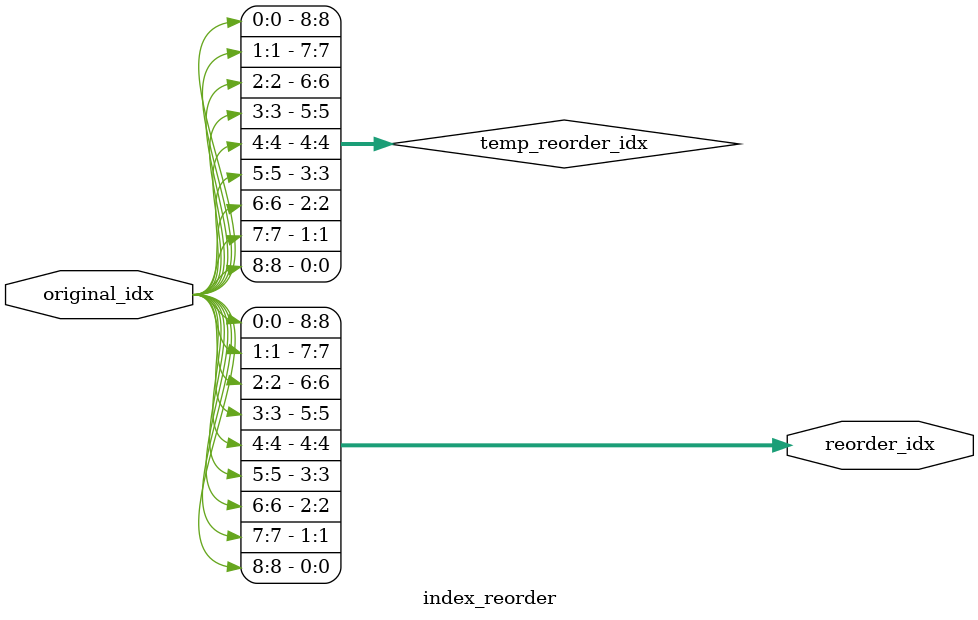
<source format=sv>
`timescale 1ns / 1ps

module index_reorder #(
    parameter IDX_WIDTH = 9
) (
    input  [IDX_WIDTH-1:0] original_idx,
    output [IDX_WIDTH-1:0] reorder_idx
);

    genvar i;
    wire [IDX_WIDTH-1:0] temp_reorder_idx;

    generate
        for (i = 0; i < IDX_WIDTH; i = i + 1) begin
            assign temp_reorder_idx[i] = original_idx[IDX_WIDTH-1-i];
        end
        assign reorder_idx = temp_reorder_idx;
    endgenerate

endmodule

</source>
